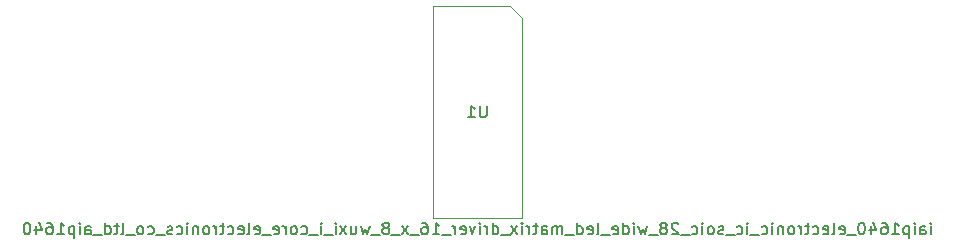
<source format=gbr>
%TF.GenerationSoftware,KiCad,Pcbnew,7.0.6-7.0.6~ubuntu22.04.1*%
%TF.CreationDate,2023-08-02T20:04:38+01:00*%
%TF.ProjectId,working,776f726b-696e-4672-9e6b-696361645f70,rev?*%
%TF.SameCoordinates,Original*%
%TF.FileFunction,AssemblyDrawing,Bot*%
%FSLAX46Y46*%
G04 Gerber Fmt 4.6, Leading zero omitted, Abs format (unit mm)*
G04 Created by KiCad (PCBNEW 7.0.6-7.0.6~ubuntu22.04.1) date 2023-08-02 20:04:38*
%MOMM*%
%LPD*%
G01*
G04 APERTURE LIST*
%ADD10C,0.150000*%
%ADD11C,0.100000*%
G04 APERTURE END LIST*
D10*
X38380956Y-75354819D02*
X38380956Y-74688152D01*
X38380956Y-74354819D02*
X38428575Y-74402438D01*
X38428575Y-74402438D02*
X38380956Y-74450057D01*
X38380956Y-74450057D02*
X38333337Y-74402438D01*
X38333337Y-74402438D02*
X38380956Y-74354819D01*
X38380956Y-74354819D02*
X38380956Y-74450057D01*
X37476195Y-75354819D02*
X37476195Y-74831009D01*
X37476195Y-74831009D02*
X37523814Y-74735771D01*
X37523814Y-74735771D02*
X37619052Y-74688152D01*
X37619052Y-74688152D02*
X37809528Y-74688152D01*
X37809528Y-74688152D02*
X37904766Y-74735771D01*
X37476195Y-75307200D02*
X37571433Y-75354819D01*
X37571433Y-75354819D02*
X37809528Y-75354819D01*
X37809528Y-75354819D02*
X37904766Y-75307200D01*
X37904766Y-75307200D02*
X37952385Y-75211961D01*
X37952385Y-75211961D02*
X37952385Y-75116723D01*
X37952385Y-75116723D02*
X37904766Y-75021485D01*
X37904766Y-75021485D02*
X37809528Y-74973866D01*
X37809528Y-74973866D02*
X37571433Y-74973866D01*
X37571433Y-74973866D02*
X37476195Y-74926247D01*
X37000004Y-75354819D02*
X37000004Y-74688152D01*
X37000004Y-74354819D02*
X37047623Y-74402438D01*
X37047623Y-74402438D02*
X37000004Y-74450057D01*
X37000004Y-74450057D02*
X36952385Y-74402438D01*
X36952385Y-74402438D02*
X37000004Y-74354819D01*
X37000004Y-74354819D02*
X37000004Y-74450057D01*
X36523814Y-74688152D02*
X36523814Y-75688152D01*
X36523814Y-74735771D02*
X36428576Y-74688152D01*
X36428576Y-74688152D02*
X36238100Y-74688152D01*
X36238100Y-74688152D02*
X36142862Y-74735771D01*
X36142862Y-74735771D02*
X36095243Y-74783390D01*
X36095243Y-74783390D02*
X36047624Y-74878628D01*
X36047624Y-74878628D02*
X36047624Y-75164342D01*
X36047624Y-75164342D02*
X36095243Y-75259580D01*
X36095243Y-75259580D02*
X36142862Y-75307200D01*
X36142862Y-75307200D02*
X36238100Y-75354819D01*
X36238100Y-75354819D02*
X36428576Y-75354819D01*
X36428576Y-75354819D02*
X36523814Y-75307200D01*
X35095243Y-75354819D02*
X35666671Y-75354819D01*
X35380957Y-75354819D02*
X35380957Y-74354819D01*
X35380957Y-74354819D02*
X35476195Y-74497676D01*
X35476195Y-74497676D02*
X35571433Y-74592914D01*
X35571433Y-74592914D02*
X35666671Y-74640533D01*
X34238100Y-74354819D02*
X34428576Y-74354819D01*
X34428576Y-74354819D02*
X34523814Y-74402438D01*
X34523814Y-74402438D02*
X34571433Y-74450057D01*
X34571433Y-74450057D02*
X34666671Y-74592914D01*
X34666671Y-74592914D02*
X34714290Y-74783390D01*
X34714290Y-74783390D02*
X34714290Y-75164342D01*
X34714290Y-75164342D02*
X34666671Y-75259580D01*
X34666671Y-75259580D02*
X34619052Y-75307200D01*
X34619052Y-75307200D02*
X34523814Y-75354819D01*
X34523814Y-75354819D02*
X34333338Y-75354819D01*
X34333338Y-75354819D02*
X34238100Y-75307200D01*
X34238100Y-75307200D02*
X34190481Y-75259580D01*
X34190481Y-75259580D02*
X34142862Y-75164342D01*
X34142862Y-75164342D02*
X34142862Y-74926247D01*
X34142862Y-74926247D02*
X34190481Y-74831009D01*
X34190481Y-74831009D02*
X34238100Y-74783390D01*
X34238100Y-74783390D02*
X34333338Y-74735771D01*
X34333338Y-74735771D02*
X34523814Y-74735771D01*
X34523814Y-74735771D02*
X34619052Y-74783390D01*
X34619052Y-74783390D02*
X34666671Y-74831009D01*
X34666671Y-74831009D02*
X34714290Y-74926247D01*
X33285719Y-74688152D02*
X33285719Y-75354819D01*
X33523814Y-74307200D02*
X33761909Y-75021485D01*
X33761909Y-75021485D02*
X33142862Y-75021485D01*
X32571433Y-74354819D02*
X32476195Y-74354819D01*
X32476195Y-74354819D02*
X32380957Y-74402438D01*
X32380957Y-74402438D02*
X32333338Y-74450057D01*
X32333338Y-74450057D02*
X32285719Y-74545295D01*
X32285719Y-74545295D02*
X32238100Y-74735771D01*
X32238100Y-74735771D02*
X32238100Y-74973866D01*
X32238100Y-74973866D02*
X32285719Y-75164342D01*
X32285719Y-75164342D02*
X32333338Y-75259580D01*
X32333338Y-75259580D02*
X32380957Y-75307200D01*
X32380957Y-75307200D02*
X32476195Y-75354819D01*
X32476195Y-75354819D02*
X32571433Y-75354819D01*
X32571433Y-75354819D02*
X32666671Y-75307200D01*
X32666671Y-75307200D02*
X32714290Y-75259580D01*
X32714290Y-75259580D02*
X32761909Y-75164342D01*
X32761909Y-75164342D02*
X32809528Y-74973866D01*
X32809528Y-74973866D02*
X32809528Y-74735771D01*
X32809528Y-74735771D02*
X32761909Y-74545295D01*
X32761909Y-74545295D02*
X32714290Y-74450057D01*
X32714290Y-74450057D02*
X32666671Y-74402438D01*
X32666671Y-74402438D02*
X32571433Y-74354819D01*
X32047624Y-75450057D02*
X31285719Y-75450057D01*
X30666671Y-75307200D02*
X30761909Y-75354819D01*
X30761909Y-75354819D02*
X30952385Y-75354819D01*
X30952385Y-75354819D02*
X31047623Y-75307200D01*
X31047623Y-75307200D02*
X31095242Y-75211961D01*
X31095242Y-75211961D02*
X31095242Y-74831009D01*
X31095242Y-74831009D02*
X31047623Y-74735771D01*
X31047623Y-74735771D02*
X30952385Y-74688152D01*
X30952385Y-74688152D02*
X30761909Y-74688152D01*
X30761909Y-74688152D02*
X30666671Y-74735771D01*
X30666671Y-74735771D02*
X30619052Y-74831009D01*
X30619052Y-74831009D02*
X30619052Y-74926247D01*
X30619052Y-74926247D02*
X31095242Y-75021485D01*
X30047623Y-75354819D02*
X30142861Y-75307200D01*
X30142861Y-75307200D02*
X30190480Y-75211961D01*
X30190480Y-75211961D02*
X30190480Y-74354819D01*
X29285718Y-75307200D02*
X29380956Y-75354819D01*
X29380956Y-75354819D02*
X29571432Y-75354819D01*
X29571432Y-75354819D02*
X29666670Y-75307200D01*
X29666670Y-75307200D02*
X29714289Y-75211961D01*
X29714289Y-75211961D02*
X29714289Y-74831009D01*
X29714289Y-74831009D02*
X29666670Y-74735771D01*
X29666670Y-74735771D02*
X29571432Y-74688152D01*
X29571432Y-74688152D02*
X29380956Y-74688152D01*
X29380956Y-74688152D02*
X29285718Y-74735771D01*
X29285718Y-74735771D02*
X29238099Y-74831009D01*
X29238099Y-74831009D02*
X29238099Y-74926247D01*
X29238099Y-74926247D02*
X29714289Y-75021485D01*
X28380956Y-75307200D02*
X28476194Y-75354819D01*
X28476194Y-75354819D02*
X28666670Y-75354819D01*
X28666670Y-75354819D02*
X28761908Y-75307200D01*
X28761908Y-75307200D02*
X28809527Y-75259580D01*
X28809527Y-75259580D02*
X28857146Y-75164342D01*
X28857146Y-75164342D02*
X28857146Y-74878628D01*
X28857146Y-74878628D02*
X28809527Y-74783390D01*
X28809527Y-74783390D02*
X28761908Y-74735771D01*
X28761908Y-74735771D02*
X28666670Y-74688152D01*
X28666670Y-74688152D02*
X28476194Y-74688152D01*
X28476194Y-74688152D02*
X28380956Y-74735771D01*
X28095241Y-74688152D02*
X27714289Y-74688152D01*
X27952384Y-74354819D02*
X27952384Y-75211961D01*
X27952384Y-75211961D02*
X27904765Y-75307200D01*
X27904765Y-75307200D02*
X27809527Y-75354819D01*
X27809527Y-75354819D02*
X27714289Y-75354819D01*
X27380955Y-75354819D02*
X27380955Y-74688152D01*
X27380955Y-74878628D02*
X27333336Y-74783390D01*
X27333336Y-74783390D02*
X27285717Y-74735771D01*
X27285717Y-74735771D02*
X27190479Y-74688152D01*
X27190479Y-74688152D02*
X27095241Y-74688152D01*
X26619050Y-75354819D02*
X26714288Y-75307200D01*
X26714288Y-75307200D02*
X26761907Y-75259580D01*
X26761907Y-75259580D02*
X26809526Y-75164342D01*
X26809526Y-75164342D02*
X26809526Y-74878628D01*
X26809526Y-74878628D02*
X26761907Y-74783390D01*
X26761907Y-74783390D02*
X26714288Y-74735771D01*
X26714288Y-74735771D02*
X26619050Y-74688152D01*
X26619050Y-74688152D02*
X26476193Y-74688152D01*
X26476193Y-74688152D02*
X26380955Y-74735771D01*
X26380955Y-74735771D02*
X26333336Y-74783390D01*
X26333336Y-74783390D02*
X26285717Y-74878628D01*
X26285717Y-74878628D02*
X26285717Y-75164342D01*
X26285717Y-75164342D02*
X26333336Y-75259580D01*
X26333336Y-75259580D02*
X26380955Y-75307200D01*
X26380955Y-75307200D02*
X26476193Y-75354819D01*
X26476193Y-75354819D02*
X26619050Y-75354819D01*
X25857145Y-74688152D02*
X25857145Y-75354819D01*
X25857145Y-74783390D02*
X25809526Y-74735771D01*
X25809526Y-74735771D02*
X25714288Y-74688152D01*
X25714288Y-74688152D02*
X25571431Y-74688152D01*
X25571431Y-74688152D02*
X25476193Y-74735771D01*
X25476193Y-74735771D02*
X25428574Y-74831009D01*
X25428574Y-74831009D02*
X25428574Y-75354819D01*
X24952383Y-75354819D02*
X24952383Y-74688152D01*
X24952383Y-74354819D02*
X25000002Y-74402438D01*
X25000002Y-74402438D02*
X24952383Y-74450057D01*
X24952383Y-74450057D02*
X24904764Y-74402438D01*
X24904764Y-74402438D02*
X24952383Y-74354819D01*
X24952383Y-74354819D02*
X24952383Y-74450057D01*
X24047622Y-75307200D02*
X24142860Y-75354819D01*
X24142860Y-75354819D02*
X24333336Y-75354819D01*
X24333336Y-75354819D02*
X24428574Y-75307200D01*
X24428574Y-75307200D02*
X24476193Y-75259580D01*
X24476193Y-75259580D02*
X24523812Y-75164342D01*
X24523812Y-75164342D02*
X24523812Y-74878628D01*
X24523812Y-74878628D02*
X24476193Y-74783390D01*
X24476193Y-74783390D02*
X24428574Y-74735771D01*
X24428574Y-74735771D02*
X24333336Y-74688152D01*
X24333336Y-74688152D02*
X24142860Y-74688152D01*
X24142860Y-74688152D02*
X24047622Y-74735771D01*
X23857146Y-75450057D02*
X23095241Y-75450057D01*
X22857145Y-75354819D02*
X22857145Y-74688152D01*
X22857145Y-74354819D02*
X22904764Y-74402438D01*
X22904764Y-74402438D02*
X22857145Y-74450057D01*
X22857145Y-74450057D02*
X22809526Y-74402438D01*
X22809526Y-74402438D02*
X22857145Y-74354819D01*
X22857145Y-74354819D02*
X22857145Y-74450057D01*
X21952384Y-75307200D02*
X22047622Y-75354819D01*
X22047622Y-75354819D02*
X22238098Y-75354819D01*
X22238098Y-75354819D02*
X22333336Y-75307200D01*
X22333336Y-75307200D02*
X22380955Y-75259580D01*
X22380955Y-75259580D02*
X22428574Y-75164342D01*
X22428574Y-75164342D02*
X22428574Y-74878628D01*
X22428574Y-74878628D02*
X22380955Y-74783390D01*
X22380955Y-74783390D02*
X22333336Y-74735771D01*
X22333336Y-74735771D02*
X22238098Y-74688152D01*
X22238098Y-74688152D02*
X22047622Y-74688152D01*
X22047622Y-74688152D02*
X21952384Y-74735771D01*
X21761908Y-75450057D02*
X21000003Y-75450057D01*
X20809526Y-75307200D02*
X20714288Y-75354819D01*
X20714288Y-75354819D02*
X20523812Y-75354819D01*
X20523812Y-75354819D02*
X20428574Y-75307200D01*
X20428574Y-75307200D02*
X20380955Y-75211961D01*
X20380955Y-75211961D02*
X20380955Y-75164342D01*
X20380955Y-75164342D02*
X20428574Y-75069104D01*
X20428574Y-75069104D02*
X20523812Y-75021485D01*
X20523812Y-75021485D02*
X20666669Y-75021485D01*
X20666669Y-75021485D02*
X20761907Y-74973866D01*
X20761907Y-74973866D02*
X20809526Y-74878628D01*
X20809526Y-74878628D02*
X20809526Y-74831009D01*
X20809526Y-74831009D02*
X20761907Y-74735771D01*
X20761907Y-74735771D02*
X20666669Y-74688152D01*
X20666669Y-74688152D02*
X20523812Y-74688152D01*
X20523812Y-74688152D02*
X20428574Y-74735771D01*
X19809526Y-75354819D02*
X19904764Y-75307200D01*
X19904764Y-75307200D02*
X19952383Y-75259580D01*
X19952383Y-75259580D02*
X20000002Y-75164342D01*
X20000002Y-75164342D02*
X20000002Y-74878628D01*
X20000002Y-74878628D02*
X19952383Y-74783390D01*
X19952383Y-74783390D02*
X19904764Y-74735771D01*
X19904764Y-74735771D02*
X19809526Y-74688152D01*
X19809526Y-74688152D02*
X19666669Y-74688152D01*
X19666669Y-74688152D02*
X19571431Y-74735771D01*
X19571431Y-74735771D02*
X19523812Y-74783390D01*
X19523812Y-74783390D02*
X19476193Y-74878628D01*
X19476193Y-74878628D02*
X19476193Y-75164342D01*
X19476193Y-75164342D02*
X19523812Y-75259580D01*
X19523812Y-75259580D02*
X19571431Y-75307200D01*
X19571431Y-75307200D02*
X19666669Y-75354819D01*
X19666669Y-75354819D02*
X19809526Y-75354819D01*
X19047621Y-75354819D02*
X19047621Y-74688152D01*
X19047621Y-74354819D02*
X19095240Y-74402438D01*
X19095240Y-74402438D02*
X19047621Y-74450057D01*
X19047621Y-74450057D02*
X19000002Y-74402438D01*
X19000002Y-74402438D02*
X19047621Y-74354819D01*
X19047621Y-74354819D02*
X19047621Y-74450057D01*
X18142860Y-75307200D02*
X18238098Y-75354819D01*
X18238098Y-75354819D02*
X18428574Y-75354819D01*
X18428574Y-75354819D02*
X18523812Y-75307200D01*
X18523812Y-75307200D02*
X18571431Y-75259580D01*
X18571431Y-75259580D02*
X18619050Y-75164342D01*
X18619050Y-75164342D02*
X18619050Y-74878628D01*
X18619050Y-74878628D02*
X18571431Y-74783390D01*
X18571431Y-74783390D02*
X18523812Y-74735771D01*
X18523812Y-74735771D02*
X18428574Y-74688152D01*
X18428574Y-74688152D02*
X18238098Y-74688152D01*
X18238098Y-74688152D02*
X18142860Y-74735771D01*
X17952384Y-75450057D02*
X17190479Y-75450057D01*
X17000002Y-74450057D02*
X16952383Y-74402438D01*
X16952383Y-74402438D02*
X16857145Y-74354819D01*
X16857145Y-74354819D02*
X16619050Y-74354819D01*
X16619050Y-74354819D02*
X16523812Y-74402438D01*
X16523812Y-74402438D02*
X16476193Y-74450057D01*
X16476193Y-74450057D02*
X16428574Y-74545295D01*
X16428574Y-74545295D02*
X16428574Y-74640533D01*
X16428574Y-74640533D02*
X16476193Y-74783390D01*
X16476193Y-74783390D02*
X17047621Y-75354819D01*
X17047621Y-75354819D02*
X16428574Y-75354819D01*
X15857145Y-74783390D02*
X15952383Y-74735771D01*
X15952383Y-74735771D02*
X16000002Y-74688152D01*
X16000002Y-74688152D02*
X16047621Y-74592914D01*
X16047621Y-74592914D02*
X16047621Y-74545295D01*
X16047621Y-74545295D02*
X16000002Y-74450057D01*
X16000002Y-74450057D02*
X15952383Y-74402438D01*
X15952383Y-74402438D02*
X15857145Y-74354819D01*
X15857145Y-74354819D02*
X15666669Y-74354819D01*
X15666669Y-74354819D02*
X15571431Y-74402438D01*
X15571431Y-74402438D02*
X15523812Y-74450057D01*
X15523812Y-74450057D02*
X15476193Y-74545295D01*
X15476193Y-74545295D02*
X15476193Y-74592914D01*
X15476193Y-74592914D02*
X15523812Y-74688152D01*
X15523812Y-74688152D02*
X15571431Y-74735771D01*
X15571431Y-74735771D02*
X15666669Y-74783390D01*
X15666669Y-74783390D02*
X15857145Y-74783390D01*
X15857145Y-74783390D02*
X15952383Y-74831009D01*
X15952383Y-74831009D02*
X16000002Y-74878628D01*
X16000002Y-74878628D02*
X16047621Y-74973866D01*
X16047621Y-74973866D02*
X16047621Y-75164342D01*
X16047621Y-75164342D02*
X16000002Y-75259580D01*
X16000002Y-75259580D02*
X15952383Y-75307200D01*
X15952383Y-75307200D02*
X15857145Y-75354819D01*
X15857145Y-75354819D02*
X15666669Y-75354819D01*
X15666669Y-75354819D02*
X15571431Y-75307200D01*
X15571431Y-75307200D02*
X15523812Y-75259580D01*
X15523812Y-75259580D02*
X15476193Y-75164342D01*
X15476193Y-75164342D02*
X15476193Y-74973866D01*
X15476193Y-74973866D02*
X15523812Y-74878628D01*
X15523812Y-74878628D02*
X15571431Y-74831009D01*
X15571431Y-74831009D02*
X15666669Y-74783390D01*
X15285717Y-75450057D02*
X14523812Y-75450057D01*
X14380954Y-74688152D02*
X14190478Y-75354819D01*
X14190478Y-75354819D02*
X14000002Y-74878628D01*
X14000002Y-74878628D02*
X13809526Y-75354819D01*
X13809526Y-75354819D02*
X13619050Y-74688152D01*
X13238097Y-75354819D02*
X13238097Y-74688152D01*
X13238097Y-74354819D02*
X13285716Y-74402438D01*
X13285716Y-74402438D02*
X13238097Y-74450057D01*
X13238097Y-74450057D02*
X13190478Y-74402438D01*
X13190478Y-74402438D02*
X13238097Y-74354819D01*
X13238097Y-74354819D02*
X13238097Y-74450057D01*
X12333336Y-75354819D02*
X12333336Y-74354819D01*
X12333336Y-75307200D02*
X12428574Y-75354819D01*
X12428574Y-75354819D02*
X12619050Y-75354819D01*
X12619050Y-75354819D02*
X12714288Y-75307200D01*
X12714288Y-75307200D02*
X12761907Y-75259580D01*
X12761907Y-75259580D02*
X12809526Y-75164342D01*
X12809526Y-75164342D02*
X12809526Y-74878628D01*
X12809526Y-74878628D02*
X12761907Y-74783390D01*
X12761907Y-74783390D02*
X12714288Y-74735771D01*
X12714288Y-74735771D02*
X12619050Y-74688152D01*
X12619050Y-74688152D02*
X12428574Y-74688152D01*
X12428574Y-74688152D02*
X12333336Y-74735771D01*
X11476193Y-75307200D02*
X11571431Y-75354819D01*
X11571431Y-75354819D02*
X11761907Y-75354819D01*
X11761907Y-75354819D02*
X11857145Y-75307200D01*
X11857145Y-75307200D02*
X11904764Y-75211961D01*
X11904764Y-75211961D02*
X11904764Y-74831009D01*
X11904764Y-74831009D02*
X11857145Y-74735771D01*
X11857145Y-74735771D02*
X11761907Y-74688152D01*
X11761907Y-74688152D02*
X11571431Y-74688152D01*
X11571431Y-74688152D02*
X11476193Y-74735771D01*
X11476193Y-74735771D02*
X11428574Y-74831009D01*
X11428574Y-74831009D02*
X11428574Y-74926247D01*
X11428574Y-74926247D02*
X11904764Y-75021485D01*
X11238098Y-75450057D02*
X10476193Y-75450057D01*
X10095240Y-75354819D02*
X10190478Y-75307200D01*
X10190478Y-75307200D02*
X10238097Y-75211961D01*
X10238097Y-75211961D02*
X10238097Y-74354819D01*
X9333335Y-75307200D02*
X9428573Y-75354819D01*
X9428573Y-75354819D02*
X9619049Y-75354819D01*
X9619049Y-75354819D02*
X9714287Y-75307200D01*
X9714287Y-75307200D02*
X9761906Y-75211961D01*
X9761906Y-75211961D02*
X9761906Y-74831009D01*
X9761906Y-74831009D02*
X9714287Y-74735771D01*
X9714287Y-74735771D02*
X9619049Y-74688152D01*
X9619049Y-74688152D02*
X9428573Y-74688152D01*
X9428573Y-74688152D02*
X9333335Y-74735771D01*
X9333335Y-74735771D02*
X9285716Y-74831009D01*
X9285716Y-74831009D02*
X9285716Y-74926247D01*
X9285716Y-74926247D02*
X9761906Y-75021485D01*
X8428573Y-75354819D02*
X8428573Y-74354819D01*
X8428573Y-75307200D02*
X8523811Y-75354819D01*
X8523811Y-75354819D02*
X8714287Y-75354819D01*
X8714287Y-75354819D02*
X8809525Y-75307200D01*
X8809525Y-75307200D02*
X8857144Y-75259580D01*
X8857144Y-75259580D02*
X8904763Y-75164342D01*
X8904763Y-75164342D02*
X8904763Y-74878628D01*
X8904763Y-74878628D02*
X8857144Y-74783390D01*
X8857144Y-74783390D02*
X8809525Y-74735771D01*
X8809525Y-74735771D02*
X8714287Y-74688152D01*
X8714287Y-74688152D02*
X8523811Y-74688152D01*
X8523811Y-74688152D02*
X8428573Y-74735771D01*
X8190478Y-75450057D02*
X7428573Y-75450057D01*
X7190477Y-75354819D02*
X7190477Y-74688152D01*
X7190477Y-74783390D02*
X7142858Y-74735771D01*
X7142858Y-74735771D02*
X7047620Y-74688152D01*
X7047620Y-74688152D02*
X6904763Y-74688152D01*
X6904763Y-74688152D02*
X6809525Y-74735771D01*
X6809525Y-74735771D02*
X6761906Y-74831009D01*
X6761906Y-74831009D02*
X6761906Y-75354819D01*
X6761906Y-74831009D02*
X6714287Y-74735771D01*
X6714287Y-74735771D02*
X6619049Y-74688152D01*
X6619049Y-74688152D02*
X6476192Y-74688152D01*
X6476192Y-74688152D02*
X6380953Y-74735771D01*
X6380953Y-74735771D02*
X6333334Y-74831009D01*
X6333334Y-74831009D02*
X6333334Y-75354819D01*
X5428573Y-75354819D02*
X5428573Y-74831009D01*
X5428573Y-74831009D02*
X5476192Y-74735771D01*
X5476192Y-74735771D02*
X5571430Y-74688152D01*
X5571430Y-74688152D02*
X5761906Y-74688152D01*
X5761906Y-74688152D02*
X5857144Y-74735771D01*
X5428573Y-75307200D02*
X5523811Y-75354819D01*
X5523811Y-75354819D02*
X5761906Y-75354819D01*
X5761906Y-75354819D02*
X5857144Y-75307200D01*
X5857144Y-75307200D02*
X5904763Y-75211961D01*
X5904763Y-75211961D02*
X5904763Y-75116723D01*
X5904763Y-75116723D02*
X5857144Y-75021485D01*
X5857144Y-75021485D02*
X5761906Y-74973866D01*
X5761906Y-74973866D02*
X5523811Y-74973866D01*
X5523811Y-74973866D02*
X5428573Y-74926247D01*
X5095239Y-74688152D02*
X4714287Y-74688152D01*
X4952382Y-74354819D02*
X4952382Y-75211961D01*
X4952382Y-75211961D02*
X4904763Y-75307200D01*
X4904763Y-75307200D02*
X4809525Y-75354819D01*
X4809525Y-75354819D02*
X4714287Y-75354819D01*
X4380953Y-75354819D02*
X4380953Y-74688152D01*
X4380953Y-74878628D02*
X4333334Y-74783390D01*
X4333334Y-74783390D02*
X4285715Y-74735771D01*
X4285715Y-74735771D02*
X4190477Y-74688152D01*
X4190477Y-74688152D02*
X4095239Y-74688152D01*
X3761905Y-75354819D02*
X3761905Y-74688152D01*
X3761905Y-74354819D02*
X3809524Y-74402438D01*
X3809524Y-74402438D02*
X3761905Y-74450057D01*
X3761905Y-74450057D02*
X3714286Y-74402438D01*
X3714286Y-74402438D02*
X3761905Y-74354819D01*
X3761905Y-74354819D02*
X3761905Y-74450057D01*
X3380953Y-75354819D02*
X2857144Y-74688152D01*
X3380953Y-74688152D02*
X2857144Y-75354819D01*
X2714287Y-75450057D02*
X1952382Y-75450057D01*
X1285715Y-75354819D02*
X1285715Y-74354819D01*
X1285715Y-75307200D02*
X1380953Y-75354819D01*
X1380953Y-75354819D02*
X1571429Y-75354819D01*
X1571429Y-75354819D02*
X1666667Y-75307200D01*
X1666667Y-75307200D02*
X1714286Y-75259580D01*
X1714286Y-75259580D02*
X1761905Y-75164342D01*
X1761905Y-75164342D02*
X1761905Y-74878628D01*
X1761905Y-74878628D02*
X1714286Y-74783390D01*
X1714286Y-74783390D02*
X1666667Y-74735771D01*
X1666667Y-74735771D02*
X1571429Y-74688152D01*
X1571429Y-74688152D02*
X1380953Y-74688152D01*
X1380953Y-74688152D02*
X1285715Y-74735771D01*
X809524Y-75354819D02*
X809524Y-74688152D01*
X809524Y-74878628D02*
X761905Y-74783390D01*
X761905Y-74783390D02*
X714286Y-74735771D01*
X714286Y-74735771D02*
X619048Y-74688152D01*
X619048Y-74688152D02*
X523810Y-74688152D01*
X190476Y-75354819D02*
X190476Y-74688152D01*
X190476Y-74354819D02*
X238095Y-74402438D01*
X238095Y-74402438D02*
X190476Y-74450057D01*
X190476Y-74450057D02*
X142857Y-74402438D01*
X142857Y-74402438D02*
X190476Y-74354819D01*
X190476Y-74354819D02*
X190476Y-74450057D01*
X-190475Y-74688152D02*
X-428570Y-75354819D01*
X-428570Y-75354819D02*
X-666665Y-74688152D01*
X-1428570Y-75307200D02*
X-1333332Y-75354819D01*
X-1333332Y-75354819D02*
X-1142856Y-75354819D01*
X-1142856Y-75354819D02*
X-1047618Y-75307200D01*
X-1047618Y-75307200D02*
X-999999Y-75211961D01*
X-999999Y-75211961D02*
X-999999Y-74831009D01*
X-999999Y-74831009D02*
X-1047618Y-74735771D01*
X-1047618Y-74735771D02*
X-1142856Y-74688152D01*
X-1142856Y-74688152D02*
X-1333332Y-74688152D01*
X-1333332Y-74688152D02*
X-1428570Y-74735771D01*
X-1428570Y-74735771D02*
X-1476189Y-74831009D01*
X-1476189Y-74831009D02*
X-1476189Y-74926247D01*
X-1476189Y-74926247D02*
X-999999Y-75021485D01*
X-1904761Y-75354819D02*
X-1904761Y-74688152D01*
X-1904761Y-74878628D02*
X-1952380Y-74783390D01*
X-1952380Y-74783390D02*
X-1999999Y-74735771D01*
X-1999999Y-74735771D02*
X-2095237Y-74688152D01*
X-2095237Y-74688152D02*
X-2190475Y-74688152D01*
X-2285714Y-75450057D02*
X-3047618Y-75450057D01*
X-3809523Y-75354819D02*
X-3238095Y-75354819D01*
X-3523809Y-75354819D02*
X-3523809Y-74354819D01*
X-3523809Y-74354819D02*
X-3428571Y-74497676D01*
X-3428571Y-74497676D02*
X-3333333Y-74592914D01*
X-3333333Y-74592914D02*
X-3238095Y-74640533D01*
X-4666666Y-74354819D02*
X-4476190Y-74354819D01*
X-4476190Y-74354819D02*
X-4380952Y-74402438D01*
X-4380952Y-74402438D02*
X-4333333Y-74450057D01*
X-4333333Y-74450057D02*
X-4238095Y-74592914D01*
X-4238095Y-74592914D02*
X-4190476Y-74783390D01*
X-4190476Y-74783390D02*
X-4190476Y-75164342D01*
X-4190476Y-75164342D02*
X-4238095Y-75259580D01*
X-4238095Y-75259580D02*
X-4285714Y-75307200D01*
X-4285714Y-75307200D02*
X-4380952Y-75354819D01*
X-4380952Y-75354819D02*
X-4571428Y-75354819D01*
X-4571428Y-75354819D02*
X-4666666Y-75307200D01*
X-4666666Y-75307200D02*
X-4714285Y-75259580D01*
X-4714285Y-75259580D02*
X-4761904Y-75164342D01*
X-4761904Y-75164342D02*
X-4761904Y-74926247D01*
X-4761904Y-74926247D02*
X-4714285Y-74831009D01*
X-4714285Y-74831009D02*
X-4666666Y-74783390D01*
X-4666666Y-74783390D02*
X-4571428Y-74735771D01*
X-4571428Y-74735771D02*
X-4380952Y-74735771D01*
X-4380952Y-74735771D02*
X-4285714Y-74783390D01*
X-4285714Y-74783390D02*
X-4238095Y-74831009D01*
X-4238095Y-74831009D02*
X-4190476Y-74926247D01*
X-4952381Y-75450057D02*
X-5714285Y-75450057D01*
X-5857143Y-75354819D02*
X-6380952Y-74688152D01*
X-5857143Y-74688152D02*
X-6380952Y-75354819D01*
X-6523810Y-75450057D02*
X-7285714Y-75450057D01*
X-7666667Y-74783390D02*
X-7571429Y-74735771D01*
X-7571429Y-74735771D02*
X-7523810Y-74688152D01*
X-7523810Y-74688152D02*
X-7476191Y-74592914D01*
X-7476191Y-74592914D02*
X-7476191Y-74545295D01*
X-7476191Y-74545295D02*
X-7523810Y-74450057D01*
X-7523810Y-74450057D02*
X-7571429Y-74402438D01*
X-7571429Y-74402438D02*
X-7666667Y-74354819D01*
X-7666667Y-74354819D02*
X-7857143Y-74354819D01*
X-7857143Y-74354819D02*
X-7952381Y-74402438D01*
X-7952381Y-74402438D02*
X-8000000Y-74450057D01*
X-8000000Y-74450057D02*
X-8047619Y-74545295D01*
X-8047619Y-74545295D02*
X-8047619Y-74592914D01*
X-8047619Y-74592914D02*
X-8000000Y-74688152D01*
X-8000000Y-74688152D02*
X-7952381Y-74735771D01*
X-7952381Y-74735771D02*
X-7857143Y-74783390D01*
X-7857143Y-74783390D02*
X-7666667Y-74783390D01*
X-7666667Y-74783390D02*
X-7571429Y-74831009D01*
X-7571429Y-74831009D02*
X-7523810Y-74878628D01*
X-7523810Y-74878628D02*
X-7476191Y-74973866D01*
X-7476191Y-74973866D02*
X-7476191Y-75164342D01*
X-7476191Y-75164342D02*
X-7523810Y-75259580D01*
X-7523810Y-75259580D02*
X-7571429Y-75307200D01*
X-7571429Y-75307200D02*
X-7666667Y-75354819D01*
X-7666667Y-75354819D02*
X-7857143Y-75354819D01*
X-7857143Y-75354819D02*
X-7952381Y-75307200D01*
X-7952381Y-75307200D02*
X-8000000Y-75259580D01*
X-8000000Y-75259580D02*
X-8047619Y-75164342D01*
X-8047619Y-75164342D02*
X-8047619Y-74973866D01*
X-8047619Y-74973866D02*
X-8000000Y-74878628D01*
X-8000000Y-74878628D02*
X-7952381Y-74831009D01*
X-7952381Y-74831009D02*
X-7857143Y-74783390D01*
X-8238096Y-75450057D02*
X-9000000Y-75450057D01*
X-9142858Y-74688152D02*
X-9333334Y-75354819D01*
X-9333334Y-75354819D02*
X-9523810Y-74878628D01*
X-9523810Y-74878628D02*
X-9714286Y-75354819D01*
X-9714286Y-75354819D02*
X-9904762Y-74688152D01*
X-10714286Y-74688152D02*
X-10714286Y-75354819D01*
X-10285715Y-74688152D02*
X-10285715Y-75211961D01*
X-10285715Y-75211961D02*
X-10333334Y-75307200D01*
X-10333334Y-75307200D02*
X-10428572Y-75354819D01*
X-10428572Y-75354819D02*
X-10571429Y-75354819D01*
X-10571429Y-75354819D02*
X-10666667Y-75307200D01*
X-10666667Y-75307200D02*
X-10714286Y-75259580D01*
X-11095239Y-75354819D02*
X-11619048Y-74688152D01*
X-11095239Y-74688152D02*
X-11619048Y-75354819D01*
X-12000001Y-75354819D02*
X-12000001Y-74688152D01*
X-12000001Y-74354819D02*
X-11952382Y-74402438D01*
X-11952382Y-74402438D02*
X-12000001Y-74450057D01*
X-12000001Y-74450057D02*
X-12047620Y-74402438D01*
X-12047620Y-74402438D02*
X-12000001Y-74354819D01*
X-12000001Y-74354819D02*
X-12000001Y-74450057D01*
X-12238096Y-75450057D02*
X-13000000Y-75450057D01*
X-13238096Y-75354819D02*
X-13238096Y-74688152D01*
X-13238096Y-74354819D02*
X-13190477Y-74402438D01*
X-13190477Y-74402438D02*
X-13238096Y-74450057D01*
X-13238096Y-74450057D02*
X-13285715Y-74402438D01*
X-13285715Y-74402438D02*
X-13238096Y-74354819D01*
X-13238096Y-74354819D02*
X-13238096Y-74450057D01*
X-13476191Y-75450057D02*
X-14238095Y-75450057D01*
X-14904762Y-75307200D02*
X-14809524Y-75354819D01*
X-14809524Y-75354819D02*
X-14619048Y-75354819D01*
X-14619048Y-75354819D02*
X-14523810Y-75307200D01*
X-14523810Y-75307200D02*
X-14476191Y-75259580D01*
X-14476191Y-75259580D02*
X-14428572Y-75164342D01*
X-14428572Y-75164342D02*
X-14428572Y-74878628D01*
X-14428572Y-74878628D02*
X-14476191Y-74783390D01*
X-14476191Y-74783390D02*
X-14523810Y-74735771D01*
X-14523810Y-74735771D02*
X-14619048Y-74688152D01*
X-14619048Y-74688152D02*
X-14809524Y-74688152D01*
X-14809524Y-74688152D02*
X-14904762Y-74735771D01*
X-15476191Y-75354819D02*
X-15380953Y-75307200D01*
X-15380953Y-75307200D02*
X-15333334Y-75259580D01*
X-15333334Y-75259580D02*
X-15285715Y-75164342D01*
X-15285715Y-75164342D02*
X-15285715Y-74878628D01*
X-15285715Y-74878628D02*
X-15333334Y-74783390D01*
X-15333334Y-74783390D02*
X-15380953Y-74735771D01*
X-15380953Y-74735771D02*
X-15476191Y-74688152D01*
X-15476191Y-74688152D02*
X-15619048Y-74688152D01*
X-15619048Y-74688152D02*
X-15714286Y-74735771D01*
X-15714286Y-74735771D02*
X-15761905Y-74783390D01*
X-15761905Y-74783390D02*
X-15809524Y-74878628D01*
X-15809524Y-74878628D02*
X-15809524Y-75164342D01*
X-15809524Y-75164342D02*
X-15761905Y-75259580D01*
X-15761905Y-75259580D02*
X-15714286Y-75307200D01*
X-15714286Y-75307200D02*
X-15619048Y-75354819D01*
X-15619048Y-75354819D02*
X-15476191Y-75354819D01*
X-16238096Y-75354819D02*
X-16238096Y-74688152D01*
X-16238096Y-74878628D02*
X-16285715Y-74783390D01*
X-16285715Y-74783390D02*
X-16333334Y-74735771D01*
X-16333334Y-74735771D02*
X-16428572Y-74688152D01*
X-16428572Y-74688152D02*
X-16523810Y-74688152D01*
X-17238096Y-75307200D02*
X-17142858Y-75354819D01*
X-17142858Y-75354819D02*
X-16952382Y-75354819D01*
X-16952382Y-75354819D02*
X-16857144Y-75307200D01*
X-16857144Y-75307200D02*
X-16809525Y-75211961D01*
X-16809525Y-75211961D02*
X-16809525Y-74831009D01*
X-16809525Y-74831009D02*
X-16857144Y-74735771D01*
X-16857144Y-74735771D02*
X-16952382Y-74688152D01*
X-16952382Y-74688152D02*
X-17142858Y-74688152D01*
X-17142858Y-74688152D02*
X-17238096Y-74735771D01*
X-17238096Y-74735771D02*
X-17285715Y-74831009D01*
X-17285715Y-74831009D02*
X-17285715Y-74926247D01*
X-17285715Y-74926247D02*
X-16809525Y-75021485D01*
X-17476192Y-75450057D02*
X-18238096Y-75450057D01*
X-18857144Y-75307200D02*
X-18761906Y-75354819D01*
X-18761906Y-75354819D02*
X-18571430Y-75354819D01*
X-18571430Y-75354819D02*
X-18476192Y-75307200D01*
X-18476192Y-75307200D02*
X-18428573Y-75211961D01*
X-18428573Y-75211961D02*
X-18428573Y-74831009D01*
X-18428573Y-74831009D02*
X-18476192Y-74735771D01*
X-18476192Y-74735771D02*
X-18571430Y-74688152D01*
X-18571430Y-74688152D02*
X-18761906Y-74688152D01*
X-18761906Y-74688152D02*
X-18857144Y-74735771D01*
X-18857144Y-74735771D02*
X-18904763Y-74831009D01*
X-18904763Y-74831009D02*
X-18904763Y-74926247D01*
X-18904763Y-74926247D02*
X-18428573Y-75021485D01*
X-19476192Y-75354819D02*
X-19380954Y-75307200D01*
X-19380954Y-75307200D02*
X-19333335Y-75211961D01*
X-19333335Y-75211961D02*
X-19333335Y-74354819D01*
X-20238097Y-75307200D02*
X-20142859Y-75354819D01*
X-20142859Y-75354819D02*
X-19952383Y-75354819D01*
X-19952383Y-75354819D02*
X-19857145Y-75307200D01*
X-19857145Y-75307200D02*
X-19809526Y-75211961D01*
X-19809526Y-75211961D02*
X-19809526Y-74831009D01*
X-19809526Y-74831009D02*
X-19857145Y-74735771D01*
X-19857145Y-74735771D02*
X-19952383Y-74688152D01*
X-19952383Y-74688152D02*
X-20142859Y-74688152D01*
X-20142859Y-74688152D02*
X-20238097Y-74735771D01*
X-20238097Y-74735771D02*
X-20285716Y-74831009D01*
X-20285716Y-74831009D02*
X-20285716Y-74926247D01*
X-20285716Y-74926247D02*
X-19809526Y-75021485D01*
X-21142859Y-75307200D02*
X-21047621Y-75354819D01*
X-21047621Y-75354819D02*
X-20857145Y-75354819D01*
X-20857145Y-75354819D02*
X-20761907Y-75307200D01*
X-20761907Y-75307200D02*
X-20714288Y-75259580D01*
X-20714288Y-75259580D02*
X-20666669Y-75164342D01*
X-20666669Y-75164342D02*
X-20666669Y-74878628D01*
X-20666669Y-74878628D02*
X-20714288Y-74783390D01*
X-20714288Y-74783390D02*
X-20761907Y-74735771D01*
X-20761907Y-74735771D02*
X-20857145Y-74688152D01*
X-20857145Y-74688152D02*
X-21047621Y-74688152D01*
X-21047621Y-74688152D02*
X-21142859Y-74735771D01*
X-21428574Y-74688152D02*
X-21809526Y-74688152D01*
X-21571431Y-74354819D02*
X-21571431Y-75211961D01*
X-21571431Y-75211961D02*
X-21619050Y-75307200D01*
X-21619050Y-75307200D02*
X-21714288Y-75354819D01*
X-21714288Y-75354819D02*
X-21809526Y-75354819D01*
X-22142860Y-75354819D02*
X-22142860Y-74688152D01*
X-22142860Y-74878628D02*
X-22190479Y-74783390D01*
X-22190479Y-74783390D02*
X-22238098Y-74735771D01*
X-22238098Y-74735771D02*
X-22333336Y-74688152D01*
X-22333336Y-74688152D02*
X-22428574Y-74688152D01*
X-22904765Y-75354819D02*
X-22809527Y-75307200D01*
X-22809527Y-75307200D02*
X-22761908Y-75259580D01*
X-22761908Y-75259580D02*
X-22714289Y-75164342D01*
X-22714289Y-75164342D02*
X-22714289Y-74878628D01*
X-22714289Y-74878628D02*
X-22761908Y-74783390D01*
X-22761908Y-74783390D02*
X-22809527Y-74735771D01*
X-22809527Y-74735771D02*
X-22904765Y-74688152D01*
X-22904765Y-74688152D02*
X-23047622Y-74688152D01*
X-23047622Y-74688152D02*
X-23142860Y-74735771D01*
X-23142860Y-74735771D02*
X-23190479Y-74783390D01*
X-23190479Y-74783390D02*
X-23238098Y-74878628D01*
X-23238098Y-74878628D02*
X-23238098Y-75164342D01*
X-23238098Y-75164342D02*
X-23190479Y-75259580D01*
X-23190479Y-75259580D02*
X-23142860Y-75307200D01*
X-23142860Y-75307200D02*
X-23047622Y-75354819D01*
X-23047622Y-75354819D02*
X-22904765Y-75354819D01*
X-23666670Y-74688152D02*
X-23666670Y-75354819D01*
X-23666670Y-74783390D02*
X-23714289Y-74735771D01*
X-23714289Y-74735771D02*
X-23809527Y-74688152D01*
X-23809527Y-74688152D02*
X-23952384Y-74688152D01*
X-23952384Y-74688152D02*
X-24047622Y-74735771D01*
X-24047622Y-74735771D02*
X-24095241Y-74831009D01*
X-24095241Y-74831009D02*
X-24095241Y-75354819D01*
X-24571432Y-75354819D02*
X-24571432Y-74688152D01*
X-24571432Y-74354819D02*
X-24523813Y-74402438D01*
X-24523813Y-74402438D02*
X-24571432Y-74450057D01*
X-24571432Y-74450057D02*
X-24619051Y-74402438D01*
X-24619051Y-74402438D02*
X-24571432Y-74354819D01*
X-24571432Y-74354819D02*
X-24571432Y-74450057D01*
X-25476193Y-75307200D02*
X-25380955Y-75354819D01*
X-25380955Y-75354819D02*
X-25190479Y-75354819D01*
X-25190479Y-75354819D02*
X-25095241Y-75307200D01*
X-25095241Y-75307200D02*
X-25047622Y-75259580D01*
X-25047622Y-75259580D02*
X-25000003Y-75164342D01*
X-25000003Y-75164342D02*
X-25000003Y-74878628D01*
X-25000003Y-74878628D02*
X-25047622Y-74783390D01*
X-25047622Y-74783390D02*
X-25095241Y-74735771D01*
X-25095241Y-74735771D02*
X-25190479Y-74688152D01*
X-25190479Y-74688152D02*
X-25380955Y-74688152D01*
X-25380955Y-74688152D02*
X-25476193Y-74735771D01*
X-25857146Y-75307200D02*
X-25952384Y-75354819D01*
X-25952384Y-75354819D02*
X-26142860Y-75354819D01*
X-26142860Y-75354819D02*
X-26238098Y-75307200D01*
X-26238098Y-75307200D02*
X-26285717Y-75211961D01*
X-26285717Y-75211961D02*
X-26285717Y-75164342D01*
X-26285717Y-75164342D02*
X-26238098Y-75069104D01*
X-26238098Y-75069104D02*
X-26142860Y-75021485D01*
X-26142860Y-75021485D02*
X-26000003Y-75021485D01*
X-26000003Y-75021485D02*
X-25904765Y-74973866D01*
X-25904765Y-74973866D02*
X-25857146Y-74878628D01*
X-25857146Y-74878628D02*
X-25857146Y-74831009D01*
X-25857146Y-74831009D02*
X-25904765Y-74735771D01*
X-25904765Y-74735771D02*
X-26000003Y-74688152D01*
X-26000003Y-74688152D02*
X-26142860Y-74688152D01*
X-26142860Y-74688152D02*
X-26238098Y-74735771D01*
X-26476194Y-75450057D02*
X-27238098Y-75450057D01*
X-27904765Y-75307200D02*
X-27809527Y-75354819D01*
X-27809527Y-75354819D02*
X-27619051Y-75354819D01*
X-27619051Y-75354819D02*
X-27523813Y-75307200D01*
X-27523813Y-75307200D02*
X-27476194Y-75259580D01*
X-27476194Y-75259580D02*
X-27428575Y-75164342D01*
X-27428575Y-75164342D02*
X-27428575Y-74878628D01*
X-27428575Y-74878628D02*
X-27476194Y-74783390D01*
X-27476194Y-74783390D02*
X-27523813Y-74735771D01*
X-27523813Y-74735771D02*
X-27619051Y-74688152D01*
X-27619051Y-74688152D02*
X-27809527Y-74688152D01*
X-27809527Y-74688152D02*
X-27904765Y-74735771D01*
X-28476194Y-75354819D02*
X-28380956Y-75307200D01*
X-28380956Y-75307200D02*
X-28333337Y-75259580D01*
X-28333337Y-75259580D02*
X-28285718Y-75164342D01*
X-28285718Y-75164342D02*
X-28285718Y-74878628D01*
X-28285718Y-74878628D02*
X-28333337Y-74783390D01*
X-28333337Y-74783390D02*
X-28380956Y-74735771D01*
X-28380956Y-74735771D02*
X-28476194Y-74688152D01*
X-28476194Y-74688152D02*
X-28619051Y-74688152D01*
X-28619051Y-74688152D02*
X-28714289Y-74735771D01*
X-28714289Y-74735771D02*
X-28761908Y-74783390D01*
X-28761908Y-74783390D02*
X-28809527Y-74878628D01*
X-28809527Y-74878628D02*
X-28809527Y-75164342D01*
X-28809527Y-75164342D02*
X-28761908Y-75259580D01*
X-28761908Y-75259580D02*
X-28714289Y-75307200D01*
X-28714289Y-75307200D02*
X-28619051Y-75354819D01*
X-28619051Y-75354819D02*
X-28476194Y-75354819D01*
X-29000004Y-75450057D02*
X-29761908Y-75450057D01*
X-30142861Y-75354819D02*
X-30047623Y-75307200D01*
X-30047623Y-75307200D02*
X-30000004Y-75211961D01*
X-30000004Y-75211961D02*
X-30000004Y-74354819D01*
X-30380957Y-74688152D02*
X-30761909Y-74688152D01*
X-30523814Y-74354819D02*
X-30523814Y-75211961D01*
X-30523814Y-75211961D02*
X-30571433Y-75307200D01*
X-30571433Y-75307200D02*
X-30666671Y-75354819D01*
X-30666671Y-75354819D02*
X-30761909Y-75354819D01*
X-31523814Y-75354819D02*
X-31523814Y-74354819D01*
X-31523814Y-75307200D02*
X-31428576Y-75354819D01*
X-31428576Y-75354819D02*
X-31238100Y-75354819D01*
X-31238100Y-75354819D02*
X-31142862Y-75307200D01*
X-31142862Y-75307200D02*
X-31095243Y-75259580D01*
X-31095243Y-75259580D02*
X-31047624Y-75164342D01*
X-31047624Y-75164342D02*
X-31047624Y-74878628D01*
X-31047624Y-74878628D02*
X-31095243Y-74783390D01*
X-31095243Y-74783390D02*
X-31142862Y-74735771D01*
X-31142862Y-74735771D02*
X-31238100Y-74688152D01*
X-31238100Y-74688152D02*
X-31428576Y-74688152D01*
X-31428576Y-74688152D02*
X-31523814Y-74735771D01*
X-31761910Y-75450057D02*
X-32523814Y-75450057D01*
X-33190481Y-75354819D02*
X-33190481Y-74831009D01*
X-33190481Y-74831009D02*
X-33142862Y-74735771D01*
X-33142862Y-74735771D02*
X-33047624Y-74688152D01*
X-33047624Y-74688152D02*
X-32857148Y-74688152D01*
X-32857148Y-74688152D02*
X-32761910Y-74735771D01*
X-33190481Y-75307200D02*
X-33095243Y-75354819D01*
X-33095243Y-75354819D02*
X-32857148Y-75354819D01*
X-32857148Y-75354819D02*
X-32761910Y-75307200D01*
X-32761910Y-75307200D02*
X-32714291Y-75211961D01*
X-32714291Y-75211961D02*
X-32714291Y-75116723D01*
X-32714291Y-75116723D02*
X-32761910Y-75021485D01*
X-32761910Y-75021485D02*
X-32857148Y-74973866D01*
X-32857148Y-74973866D02*
X-33095243Y-74973866D01*
X-33095243Y-74973866D02*
X-33190481Y-74926247D01*
X-33666672Y-75354819D02*
X-33666672Y-74688152D01*
X-33666672Y-74354819D02*
X-33619053Y-74402438D01*
X-33619053Y-74402438D02*
X-33666672Y-74450057D01*
X-33666672Y-74450057D02*
X-33714291Y-74402438D01*
X-33714291Y-74402438D02*
X-33666672Y-74354819D01*
X-33666672Y-74354819D02*
X-33666672Y-74450057D01*
X-34142862Y-74688152D02*
X-34142862Y-75688152D01*
X-34142862Y-74735771D02*
X-34238100Y-74688152D01*
X-34238100Y-74688152D02*
X-34428576Y-74688152D01*
X-34428576Y-74688152D02*
X-34523814Y-74735771D01*
X-34523814Y-74735771D02*
X-34571433Y-74783390D01*
X-34571433Y-74783390D02*
X-34619052Y-74878628D01*
X-34619052Y-74878628D02*
X-34619052Y-75164342D01*
X-34619052Y-75164342D02*
X-34571433Y-75259580D01*
X-34571433Y-75259580D02*
X-34523814Y-75307200D01*
X-34523814Y-75307200D02*
X-34428576Y-75354819D01*
X-34428576Y-75354819D02*
X-34238100Y-75354819D01*
X-34238100Y-75354819D02*
X-34142862Y-75307200D01*
X-35571433Y-75354819D02*
X-35000005Y-75354819D01*
X-35285719Y-75354819D02*
X-35285719Y-74354819D01*
X-35285719Y-74354819D02*
X-35190481Y-74497676D01*
X-35190481Y-74497676D02*
X-35095243Y-74592914D01*
X-35095243Y-74592914D02*
X-35000005Y-74640533D01*
X-36428576Y-74354819D02*
X-36238100Y-74354819D01*
X-36238100Y-74354819D02*
X-36142862Y-74402438D01*
X-36142862Y-74402438D02*
X-36095243Y-74450057D01*
X-36095243Y-74450057D02*
X-36000005Y-74592914D01*
X-36000005Y-74592914D02*
X-35952386Y-74783390D01*
X-35952386Y-74783390D02*
X-35952386Y-75164342D01*
X-35952386Y-75164342D02*
X-36000005Y-75259580D01*
X-36000005Y-75259580D02*
X-36047624Y-75307200D01*
X-36047624Y-75307200D02*
X-36142862Y-75354819D01*
X-36142862Y-75354819D02*
X-36333338Y-75354819D01*
X-36333338Y-75354819D02*
X-36428576Y-75307200D01*
X-36428576Y-75307200D02*
X-36476195Y-75259580D01*
X-36476195Y-75259580D02*
X-36523814Y-75164342D01*
X-36523814Y-75164342D02*
X-36523814Y-74926247D01*
X-36523814Y-74926247D02*
X-36476195Y-74831009D01*
X-36476195Y-74831009D02*
X-36428576Y-74783390D01*
X-36428576Y-74783390D02*
X-36333338Y-74735771D01*
X-36333338Y-74735771D02*
X-36142862Y-74735771D01*
X-36142862Y-74735771D02*
X-36047624Y-74783390D01*
X-36047624Y-74783390D02*
X-36000005Y-74831009D01*
X-36000005Y-74831009D02*
X-35952386Y-74926247D01*
X-37380957Y-74688152D02*
X-37380957Y-75354819D01*
X-37142862Y-74307200D02*
X-36904767Y-75021485D01*
X-36904767Y-75021485D02*
X-37523814Y-75021485D01*
X-38095243Y-74354819D02*
X-38190481Y-74354819D01*
X-38190481Y-74354819D02*
X-38285719Y-74402438D01*
X-38285719Y-74402438D02*
X-38333338Y-74450057D01*
X-38333338Y-74450057D02*
X-38380957Y-74545295D01*
X-38380957Y-74545295D02*
X-38428576Y-74735771D01*
X-38428576Y-74735771D02*
X-38428576Y-74973866D01*
X-38428576Y-74973866D02*
X-38380957Y-75164342D01*
X-38380957Y-75164342D02*
X-38333338Y-75259580D01*
X-38333338Y-75259580D02*
X-38285719Y-75307200D01*
X-38285719Y-75307200D02*
X-38190481Y-75354819D01*
X-38190481Y-75354819D02*
X-38095243Y-75354819D01*
X-38095243Y-75354819D02*
X-38000005Y-75307200D01*
X-38000005Y-75307200D02*
X-37952386Y-75259580D01*
X-37952386Y-75259580D02*
X-37904767Y-75164342D01*
X-37904767Y-75164342D02*
X-37857148Y-74973866D01*
X-37857148Y-74973866D02*
X-37857148Y-74735771D01*
X-37857148Y-74735771D02*
X-37904767Y-74545295D01*
X-37904767Y-74545295D02*
X-37952386Y-74450057D01*
X-37952386Y-74450057D02*
X-38000005Y-74402438D01*
X-38000005Y-74402438D02*
X-38095243Y-74354819D01*
X761904Y-64454819D02*
X761904Y-65264342D01*
X761904Y-65264342D02*
X714285Y-65359580D01*
X714285Y-65359580D02*
X666666Y-65407200D01*
X666666Y-65407200D02*
X571428Y-65454819D01*
X571428Y-65454819D02*
X380952Y-65454819D01*
X380952Y-65454819D02*
X285714Y-65407200D01*
X285714Y-65407200D02*
X238095Y-65359580D01*
X238095Y-65359580D02*
X190476Y-65264342D01*
X190476Y-65264342D02*
X190476Y-64454819D01*
X-809523Y-65454819D02*
X-238095Y-65454819D01*
X-523809Y-65454819D02*
X-523809Y-64454819D01*
X-523809Y-64454819D02*
X-428571Y-64597676D01*
X-428571Y-64597676D02*
X-333333Y-64692914D01*
X-333333Y-64692914D02*
X-238095Y-64740533D01*
D11*
%TO.C,U1*%
X3750000Y-73950000D02*
X3750000Y-57050000D01*
X3750000Y-57050000D02*
X2750000Y-56050000D01*
X2750000Y-56050000D02*
X-3750000Y-56050000D01*
X-3750000Y-73950000D02*
X3750000Y-73950000D01*
X-3750000Y-56050000D02*
X-3750000Y-73950000D01*
%TD*%
M02*

</source>
